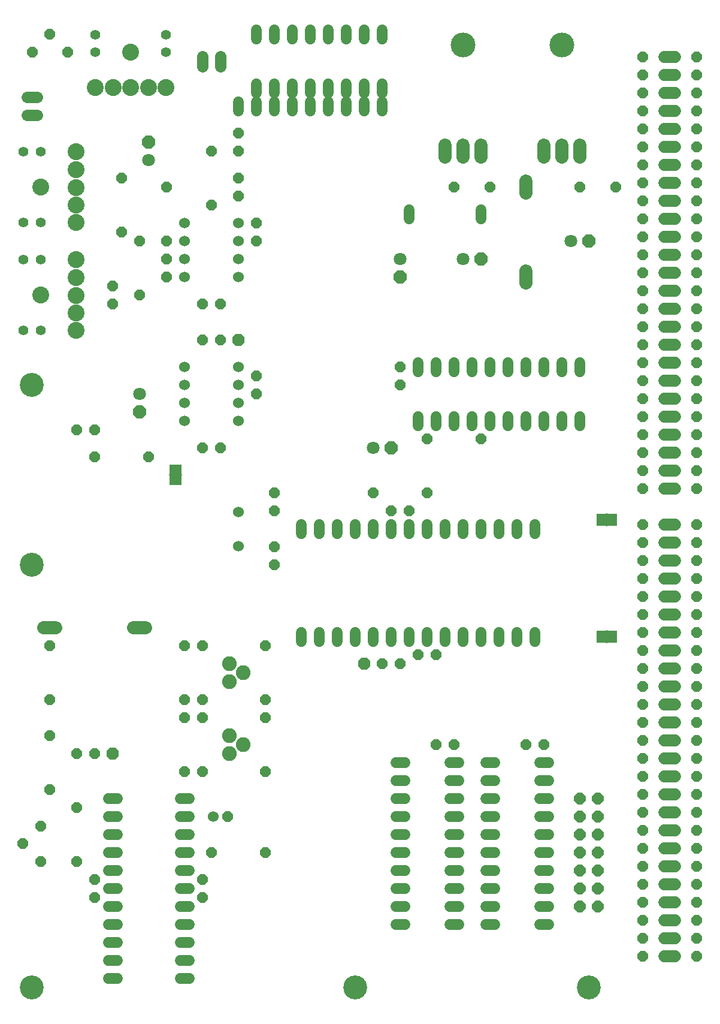
<source format=gts>
G75*
%MOIN*%
%OFA0B0*%
%FSLAX25Y25*%
%IPPOS*%
%LPD*%
%AMOC8*
5,1,8,0,0,1.08239X$1,22.5*
%
%ADD10C,0.13300*%
%ADD11OC8,0.06000*%
%ADD12C,0.06000*%
%ADD13C,0.08200*%
%ADD14C,0.06000*%
%ADD15OC8,0.07100*%
%ADD16C,0.07100*%
%ADD17C,0.06400*%
%ADD18C,0.09400*%
%ADD19C,0.05524*%
%ADD20OC8,0.06800*%
%ADD21C,0.07400*%
%ADD22C,0.06800*%
%ADD23R,0.05400X0.07100*%
%ADD24R,0.00600X0.07200*%
%ADD25C,0.13800*%
%ADD26OC8,0.06050*%
%ADD27OC8,0.06400*%
%ADD28R,0.07100X0.05400*%
%ADD29R,0.07200X0.00600*%
D10*
X0021991Y0016300D03*
X0021991Y0251300D03*
X0021991Y0351300D03*
X0201991Y0016300D03*
X0331991Y0016300D03*
D11*
X0306991Y0151300D03*
X0296991Y0151300D03*
X0256991Y0151300D03*
X0246991Y0151300D03*
X0226991Y0196300D03*
X0236991Y0201300D03*
X0246991Y0201300D03*
X0216991Y0196300D03*
X0156991Y0251300D03*
X0156991Y0261300D03*
X0156991Y0281300D03*
X0156991Y0291300D03*
X0126991Y0316300D03*
X0116991Y0316300D03*
X0146991Y0346300D03*
X0146991Y0356300D03*
X0126991Y0376300D03*
X0116991Y0376300D03*
X0116991Y0396300D03*
X0126991Y0396300D03*
X0146991Y0431300D03*
X0146991Y0441300D03*
X0136991Y0456300D03*
X0136991Y0466300D03*
X0136991Y0481300D03*
X0136991Y0491300D03*
X0121991Y0481300D03*
X0121991Y0451300D03*
X0096991Y0461300D03*
X0096991Y0431300D03*
X0096991Y0421300D03*
X0096991Y0411300D03*
X0081991Y0401300D03*
X0066991Y0396300D03*
X0066991Y0406300D03*
X0081991Y0431300D03*
X0071991Y0436300D03*
X0071991Y0466300D03*
X0041891Y0536300D03*
X0031991Y0546300D03*
X0022091Y0536300D03*
X0046991Y0326300D03*
X0056991Y0326300D03*
X0056991Y0311300D03*
X0086991Y0311300D03*
X0106991Y0206300D03*
X0116991Y0206300D03*
X0116991Y0176300D03*
X0116991Y0166300D03*
X0106991Y0166300D03*
X0106991Y0176300D03*
X0106991Y0136300D03*
X0116991Y0136300D03*
X0130991Y0111300D03*
X0121991Y0091300D03*
X0116991Y0076300D03*
X0116991Y0066300D03*
X0151991Y0091300D03*
X0151991Y0136300D03*
X0151991Y0166300D03*
X0151991Y0176300D03*
X0151991Y0206300D03*
X0211991Y0291300D03*
X0221991Y0281300D03*
X0231991Y0281300D03*
X0241991Y0291300D03*
X0241991Y0321300D03*
X0226991Y0351300D03*
X0226991Y0361300D03*
X0271991Y0321300D03*
X0276991Y0461300D03*
X0256991Y0461300D03*
X0326991Y0461300D03*
X0346991Y0461300D03*
X0056991Y0146300D03*
X0046991Y0146300D03*
X0031991Y0156300D03*
X0031991Y0176300D03*
X0031991Y0206300D03*
X0031991Y0126300D03*
X0046991Y0116300D03*
X0026991Y0106200D03*
X0016991Y0096300D03*
X0026991Y0086400D03*
X0046991Y0086300D03*
X0056991Y0076300D03*
X0056991Y0066300D03*
D12*
X0064391Y0061300D02*
X0069591Y0061300D01*
X0069591Y0051300D02*
X0064391Y0051300D01*
X0064391Y0041300D02*
X0069591Y0041300D01*
X0069591Y0031300D02*
X0064391Y0031300D01*
X0064391Y0021300D02*
X0069591Y0021300D01*
X0104391Y0021300D02*
X0109591Y0021300D01*
X0109591Y0031300D02*
X0104391Y0031300D01*
X0104391Y0041300D02*
X0109591Y0041300D01*
X0109591Y0051300D02*
X0104391Y0051300D01*
X0104391Y0061300D02*
X0109591Y0061300D01*
X0109591Y0071300D02*
X0104391Y0071300D01*
X0104391Y0081300D02*
X0109591Y0081300D01*
X0109591Y0091300D02*
X0104391Y0091300D01*
X0104391Y0101300D02*
X0109591Y0101300D01*
X0109591Y0111300D02*
X0104391Y0111300D01*
X0104391Y0121300D02*
X0109591Y0121300D01*
X0069591Y0121300D02*
X0064391Y0121300D01*
X0064391Y0111300D02*
X0069591Y0111300D01*
X0069591Y0101300D02*
X0064391Y0101300D01*
X0064391Y0091300D02*
X0069591Y0091300D01*
X0069591Y0081300D02*
X0064391Y0081300D01*
X0064391Y0071300D02*
X0069591Y0071300D01*
X0171991Y0208700D02*
X0171991Y0213900D01*
X0181991Y0213900D02*
X0181991Y0208700D01*
X0191991Y0208700D02*
X0191991Y0213900D01*
X0201991Y0213900D02*
X0201991Y0208700D01*
X0211991Y0208700D02*
X0211991Y0213900D01*
X0221991Y0213900D02*
X0221991Y0208700D01*
X0231991Y0208700D02*
X0231991Y0213900D01*
X0241991Y0213900D02*
X0241991Y0208700D01*
X0251991Y0208700D02*
X0251991Y0213900D01*
X0261991Y0213900D02*
X0261991Y0208700D01*
X0271991Y0208700D02*
X0271991Y0213900D01*
X0281991Y0213900D02*
X0281991Y0208700D01*
X0291991Y0208700D02*
X0291991Y0213900D01*
X0301991Y0213900D02*
X0301991Y0208700D01*
X0301991Y0268700D02*
X0301991Y0273900D01*
X0291991Y0273900D02*
X0291991Y0268700D01*
X0281991Y0268700D02*
X0281991Y0273900D01*
X0271991Y0273900D02*
X0271991Y0268700D01*
X0261991Y0268700D02*
X0261991Y0273900D01*
X0251991Y0273900D02*
X0251991Y0268700D01*
X0241991Y0268700D02*
X0241991Y0273900D01*
X0231991Y0273900D02*
X0231991Y0268700D01*
X0221991Y0268700D02*
X0221991Y0273900D01*
X0211991Y0273900D02*
X0211991Y0268700D01*
X0201991Y0268700D02*
X0201991Y0273900D01*
X0191991Y0273900D02*
X0191991Y0268700D01*
X0181991Y0268700D02*
X0181991Y0273900D01*
X0171991Y0273900D02*
X0171991Y0268700D01*
X0236991Y0328700D02*
X0236991Y0333900D01*
X0246991Y0333900D02*
X0246991Y0328700D01*
X0256991Y0328700D02*
X0256991Y0333900D01*
X0266991Y0333900D02*
X0266991Y0328700D01*
X0276991Y0328700D02*
X0276991Y0333900D01*
X0286991Y0333900D02*
X0286991Y0328700D01*
X0296991Y0328700D02*
X0296991Y0333900D01*
X0306991Y0333900D02*
X0306991Y0328700D01*
X0316991Y0328700D02*
X0316991Y0333900D01*
X0326991Y0333900D02*
X0326991Y0328700D01*
X0326991Y0358700D02*
X0326991Y0363900D01*
X0316991Y0363900D02*
X0316991Y0358700D01*
X0306991Y0358700D02*
X0306991Y0363900D01*
X0296991Y0363900D02*
X0296991Y0358700D01*
X0286991Y0358700D02*
X0286991Y0363900D01*
X0276991Y0363900D02*
X0276991Y0358700D01*
X0266991Y0358700D02*
X0266991Y0363900D01*
X0256991Y0363900D02*
X0256991Y0358700D01*
X0246991Y0358700D02*
X0246991Y0363900D01*
X0236991Y0363900D02*
X0236991Y0358700D01*
X0231991Y0443700D02*
X0231991Y0448900D01*
X0271991Y0448900D02*
X0271991Y0443700D01*
X0216991Y0503700D02*
X0216991Y0508900D01*
X0216991Y0513700D02*
X0216991Y0518900D01*
X0206991Y0518900D02*
X0206991Y0513700D01*
X0206991Y0508900D02*
X0206991Y0503700D01*
X0196991Y0503700D02*
X0196991Y0508900D01*
X0196991Y0513700D02*
X0196991Y0518900D01*
X0186991Y0518900D02*
X0186991Y0513700D01*
X0186991Y0508900D02*
X0186991Y0503700D01*
X0176991Y0503700D02*
X0176991Y0508900D01*
X0176991Y0513700D02*
X0176991Y0518900D01*
X0166991Y0518900D02*
X0166991Y0513700D01*
X0166991Y0508900D02*
X0166991Y0503700D01*
X0156991Y0503700D02*
X0156991Y0508900D01*
X0156991Y0513700D02*
X0156991Y0518900D01*
X0146991Y0518900D02*
X0146991Y0513700D01*
X0146991Y0508900D02*
X0146991Y0503700D01*
X0136991Y0503700D02*
X0136991Y0508900D01*
X0146991Y0543700D02*
X0146991Y0548900D01*
X0156991Y0548900D02*
X0156991Y0543700D01*
X0166991Y0543700D02*
X0166991Y0548900D01*
X0176991Y0548900D02*
X0176991Y0543700D01*
X0186991Y0543700D02*
X0186991Y0548900D01*
X0196991Y0548900D02*
X0196991Y0543700D01*
X0206991Y0543700D02*
X0206991Y0548900D01*
X0216991Y0548900D02*
X0216991Y0543700D01*
X0224391Y0141300D02*
X0229591Y0141300D01*
X0229591Y0131300D02*
X0224391Y0131300D01*
X0224391Y0121300D02*
X0229591Y0121300D01*
X0229591Y0111300D02*
X0224391Y0111300D01*
X0224391Y0101300D02*
X0229591Y0101300D01*
X0229591Y0091300D02*
X0224391Y0091300D01*
X0224391Y0081300D02*
X0229591Y0081300D01*
X0229591Y0071300D02*
X0224391Y0071300D01*
X0224391Y0061300D02*
X0229591Y0061300D01*
X0229591Y0051300D02*
X0224391Y0051300D01*
X0254391Y0051300D02*
X0259591Y0051300D01*
X0259591Y0061300D02*
X0254391Y0061300D01*
X0254391Y0071300D02*
X0259591Y0071300D01*
X0259591Y0081300D02*
X0254391Y0081300D01*
X0254391Y0091300D02*
X0259591Y0091300D01*
X0259591Y0101300D02*
X0254391Y0101300D01*
X0254391Y0111300D02*
X0259591Y0111300D01*
X0259591Y0121300D02*
X0254391Y0121300D01*
X0254391Y0131300D02*
X0259591Y0131300D01*
X0259591Y0141300D02*
X0254391Y0141300D01*
X0274391Y0141300D02*
X0279591Y0141300D01*
X0279591Y0131300D02*
X0274391Y0131300D01*
X0274391Y0121300D02*
X0279591Y0121300D01*
X0279591Y0111300D02*
X0274391Y0111300D01*
X0274391Y0101300D02*
X0279591Y0101300D01*
X0279591Y0091300D02*
X0274391Y0091300D01*
X0274391Y0081300D02*
X0279591Y0081300D01*
X0279591Y0071300D02*
X0274391Y0071300D01*
X0274391Y0061300D02*
X0279591Y0061300D01*
X0279591Y0051300D02*
X0274391Y0051300D01*
X0304391Y0051300D02*
X0309591Y0051300D01*
X0309591Y0061300D02*
X0304391Y0061300D01*
X0304391Y0071300D02*
X0309591Y0071300D01*
X0309591Y0081300D02*
X0304391Y0081300D01*
X0304391Y0091300D02*
X0309591Y0091300D01*
X0309591Y0101300D02*
X0304391Y0101300D01*
X0304391Y0111300D02*
X0309591Y0111300D01*
X0309591Y0121300D02*
X0304391Y0121300D01*
X0304391Y0131300D02*
X0309591Y0131300D01*
X0309591Y0141300D02*
X0304391Y0141300D01*
D13*
X0139491Y0151300D03*
X0131991Y0146300D03*
X0131991Y0156300D03*
X0131991Y0186300D03*
X0131991Y0196300D03*
X0139491Y0191300D03*
D14*
X0136991Y0261800D03*
X0136991Y0280800D03*
X0136991Y0331300D03*
X0136991Y0341300D03*
X0136991Y0351300D03*
X0136991Y0361300D03*
X0106991Y0361300D03*
X0106991Y0351300D03*
X0106991Y0341300D03*
X0106991Y0331300D03*
X0106991Y0411300D03*
X0106991Y0421300D03*
X0106991Y0431300D03*
X0106991Y0441300D03*
X0136991Y0441300D03*
X0136991Y0431300D03*
X0136991Y0421300D03*
X0136991Y0411300D03*
X0122991Y0111300D03*
D15*
X0221991Y0316300D03*
X0226991Y0411300D03*
X0271991Y0421300D03*
X0331991Y0431300D03*
X0086991Y0486300D03*
X0081991Y0336300D03*
D16*
X0081991Y0346300D03*
X0086991Y0476300D03*
X0211991Y0316300D03*
X0226991Y0421300D03*
X0261991Y0421300D03*
X0321991Y0431300D03*
D17*
X0126991Y0528500D02*
X0126991Y0534100D01*
X0116991Y0534100D02*
X0116991Y0528500D01*
X0024791Y0511300D02*
X0019191Y0511300D01*
X0019191Y0501300D02*
X0024791Y0501300D01*
D18*
X0046676Y0480985D03*
X0046676Y0471143D03*
X0046676Y0461143D03*
X0046676Y0451457D03*
X0046676Y0441615D03*
X0046676Y0420985D03*
X0046676Y0411143D03*
X0046676Y0401143D03*
X0046676Y0391457D03*
X0046676Y0381615D03*
X0026991Y0401300D03*
X0026991Y0461300D03*
X0057306Y0516615D03*
X0067148Y0516615D03*
X0076833Y0516615D03*
X0086833Y0516615D03*
X0096676Y0516615D03*
X0076991Y0536300D03*
D19*
X0096676Y0536300D03*
X0096676Y0546143D03*
X0057306Y0546143D03*
X0057306Y0536300D03*
X0026991Y0480985D03*
X0017148Y0480985D03*
X0017148Y0441615D03*
X0026991Y0441615D03*
X0026991Y0420985D03*
X0017148Y0420985D03*
X0017148Y0381615D03*
X0026991Y0381615D03*
D20*
X0136991Y0376300D03*
X0206991Y0196300D03*
X0066991Y0146300D03*
D21*
X0078691Y0216300D02*
X0085291Y0216300D01*
X0035291Y0216300D02*
X0028691Y0216300D01*
X0251991Y0478000D02*
X0251991Y0484600D01*
X0261991Y0484600D02*
X0261991Y0478000D01*
X0271991Y0478000D02*
X0271991Y0484600D01*
X0296991Y0464600D02*
X0296991Y0458000D01*
X0306991Y0478000D02*
X0306991Y0484600D01*
X0316991Y0484600D02*
X0316991Y0478000D01*
X0326991Y0478000D02*
X0326991Y0484600D01*
X0296991Y0414600D02*
X0296991Y0408000D01*
D22*
X0373991Y0403800D02*
X0379991Y0403800D01*
X0379991Y0393800D02*
X0373991Y0393800D01*
X0373991Y0383800D02*
X0379991Y0383800D01*
X0379991Y0373800D02*
X0373991Y0373800D01*
X0373991Y0363800D02*
X0379991Y0363800D01*
X0379991Y0353800D02*
X0373991Y0353800D01*
X0373991Y0343800D02*
X0379991Y0343800D01*
X0379991Y0333800D02*
X0373991Y0333800D01*
X0373991Y0323800D02*
X0379991Y0323800D01*
X0379991Y0313800D02*
X0373991Y0313800D01*
X0373991Y0303800D02*
X0379991Y0303800D01*
X0379991Y0293800D02*
X0373991Y0293800D01*
X0373991Y0273800D02*
X0379991Y0273800D01*
X0379991Y0263800D02*
X0373991Y0263800D01*
X0373991Y0253800D02*
X0379991Y0253800D01*
X0379991Y0243800D02*
X0373991Y0243800D01*
X0373991Y0233800D02*
X0379991Y0233800D01*
X0379991Y0223800D02*
X0373991Y0223800D01*
X0373991Y0213800D02*
X0379991Y0213800D01*
X0379991Y0203800D02*
X0373991Y0203800D01*
X0373991Y0193800D02*
X0379991Y0193800D01*
X0379991Y0183800D02*
X0373991Y0183800D01*
X0373991Y0173800D02*
X0379991Y0173800D01*
X0379991Y0163800D02*
X0373991Y0163800D01*
X0373991Y0153800D02*
X0379991Y0153800D01*
X0379991Y0143800D02*
X0373991Y0143800D01*
X0373991Y0133800D02*
X0379991Y0133800D01*
X0379991Y0123800D02*
X0373991Y0123800D01*
X0373991Y0113800D02*
X0379991Y0113800D01*
X0379991Y0103800D02*
X0373991Y0103800D01*
X0373991Y0093800D02*
X0379991Y0093800D01*
X0379991Y0083800D02*
X0373991Y0083800D01*
X0373991Y0073800D02*
X0379991Y0073800D01*
X0379991Y0063800D02*
X0373991Y0063800D01*
X0373991Y0053800D02*
X0379991Y0053800D01*
X0379991Y0043800D02*
X0373991Y0043800D01*
X0373991Y0033800D02*
X0379991Y0033800D01*
X0379991Y0413800D02*
X0373991Y0413800D01*
X0373991Y0423800D02*
X0379991Y0423800D01*
X0379991Y0433800D02*
X0373991Y0433800D01*
X0373991Y0443800D02*
X0379991Y0443800D01*
X0379991Y0453800D02*
X0373991Y0453800D01*
X0373991Y0463800D02*
X0379991Y0463800D01*
X0379991Y0473800D02*
X0373991Y0473800D01*
X0373991Y0483800D02*
X0379991Y0483800D01*
X0379991Y0493800D02*
X0373991Y0493800D01*
X0373991Y0503800D02*
X0379991Y0503800D01*
X0379991Y0513800D02*
X0373991Y0513800D01*
X0373991Y0523800D02*
X0379991Y0523800D01*
X0379991Y0533800D02*
X0373991Y0533800D01*
D23*
X0344991Y0276300D03*
X0338991Y0276300D03*
X0338991Y0211300D03*
X0344991Y0211300D03*
D24*
X0341991Y0211300D03*
X0341991Y0276300D03*
D25*
X0316991Y0540300D03*
X0261991Y0540300D03*
D26*
X0361991Y0533800D03*
X0361991Y0523800D03*
X0361991Y0513800D03*
X0361991Y0503800D03*
X0361991Y0493800D03*
X0361991Y0483800D03*
X0361991Y0473800D03*
X0361991Y0463800D03*
X0361991Y0453800D03*
X0361991Y0443800D03*
X0361991Y0433800D03*
X0361991Y0423800D03*
X0361991Y0413800D03*
X0361991Y0403800D03*
X0361991Y0393800D03*
X0361991Y0383800D03*
X0361991Y0373800D03*
X0361991Y0363800D03*
X0361991Y0353800D03*
X0361991Y0343800D03*
X0361991Y0333800D03*
X0361991Y0323800D03*
X0361991Y0313800D03*
X0361991Y0303800D03*
X0361991Y0293800D03*
X0361991Y0273800D03*
X0361991Y0263800D03*
X0361991Y0253800D03*
X0361991Y0243800D03*
X0361991Y0233800D03*
X0361991Y0223800D03*
X0361991Y0213800D03*
X0361991Y0203800D03*
X0361991Y0193800D03*
X0361991Y0183800D03*
X0361991Y0173800D03*
X0361991Y0163800D03*
X0361991Y0153800D03*
X0361991Y0143800D03*
X0361991Y0133800D03*
X0361991Y0123800D03*
X0361991Y0113800D03*
X0361991Y0103800D03*
X0361991Y0093800D03*
X0361991Y0083800D03*
X0361991Y0073800D03*
X0361991Y0063800D03*
X0361991Y0053800D03*
X0361991Y0043800D03*
X0361991Y0033800D03*
X0391991Y0033800D03*
X0391991Y0043800D03*
X0391991Y0053800D03*
X0391991Y0063800D03*
X0391991Y0073800D03*
X0391991Y0083800D03*
X0391991Y0093800D03*
X0391991Y0103800D03*
X0391991Y0113800D03*
X0391991Y0123800D03*
X0391991Y0133800D03*
X0391991Y0143800D03*
X0391991Y0153800D03*
X0391991Y0163800D03*
X0391991Y0173800D03*
X0391991Y0183800D03*
X0391991Y0193800D03*
X0391991Y0203800D03*
X0391991Y0213800D03*
X0391991Y0223800D03*
X0391991Y0233800D03*
X0391991Y0243800D03*
X0391991Y0253800D03*
X0391991Y0263800D03*
X0391991Y0273800D03*
X0391991Y0293800D03*
X0391991Y0303800D03*
X0391991Y0313800D03*
X0391991Y0323800D03*
X0391991Y0333800D03*
X0391991Y0343800D03*
X0391991Y0353800D03*
X0391991Y0363800D03*
X0391991Y0373800D03*
X0391991Y0383800D03*
X0391991Y0393800D03*
X0391991Y0403800D03*
X0391991Y0413800D03*
X0391991Y0423800D03*
X0391991Y0433800D03*
X0391991Y0443800D03*
X0391991Y0453800D03*
X0391991Y0463800D03*
X0391991Y0473800D03*
X0391991Y0483800D03*
X0391991Y0493800D03*
X0391991Y0503800D03*
X0391991Y0513800D03*
X0391991Y0523800D03*
X0391991Y0533800D03*
D27*
X0336991Y0121300D03*
X0336991Y0111300D03*
X0336991Y0101300D03*
X0336991Y0091300D03*
X0336991Y0081300D03*
X0336991Y0071300D03*
X0336991Y0061300D03*
X0326991Y0061300D03*
X0326991Y0071300D03*
X0326991Y0081300D03*
X0326991Y0091300D03*
X0326991Y0101300D03*
X0326991Y0111300D03*
X0326991Y0121300D03*
D28*
X0101991Y0298300D03*
X0101991Y0304300D03*
D29*
X0101991Y0301300D03*
M02*

</source>
